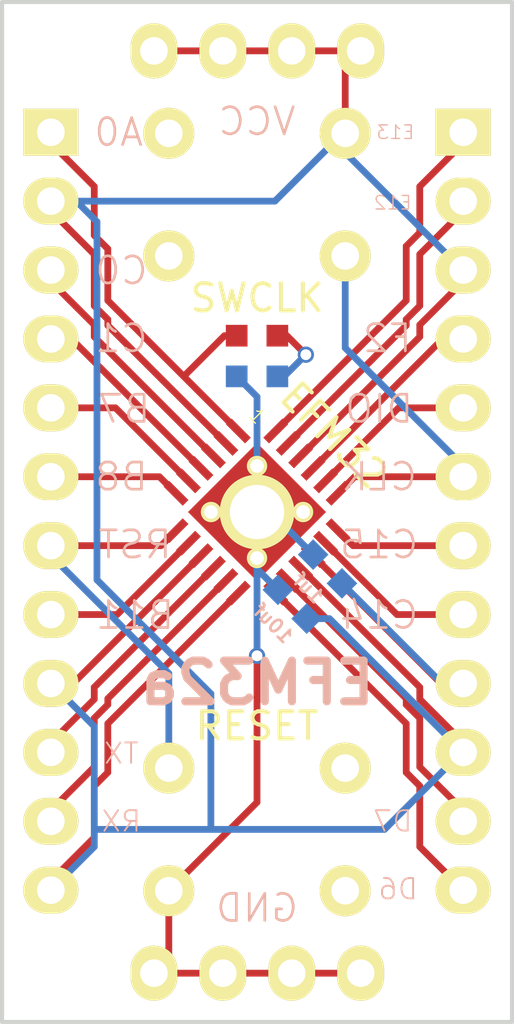
<source format=kicad_pcb>
(kicad_pcb (version 4) (host pcbnew 4.0.7-e2-6376~58~ubuntu16.04.1)

  (general
    (links 0)
    (no_connects 0)
    (area 0 0 0 0)
    (thickness 1.6)
    (drawings 25)
    (tracks 150)
    (zones 0)
    (modules 11)
    (nets 1)
  )

  (page A4)
  (layers
    (0 F.Cu signal)
    (31 B.Cu signal)
    (32 B.Adhes user)
    (33 F.Adhes user)
    (34 B.Paste user)
    (35 F.Paste user)
    (36 B.SilkS user)
    (37 F.SilkS user)
    (38 B.Mask user)
    (39 F.Mask user)
    (40 Dwgs.User user)
    (41 Cmts.User user)
    (42 Eco1.User user)
    (43 Eco2.User user)
    (44 Edge.Cuts user)
    (45 Margin user)
    (46 B.CrtYd user)
    (47 F.CrtYd user)
    (48 B.Fab user)
    (49 F.Fab user)
  )

  (setup
    (last_trace_width 0.25)
    (trace_clearance 0.2)
    (zone_clearance 0.508)
    (zone_45_only no)
    (trace_min 0.2)
    (segment_width 0.2)
    (edge_width 0.15)
    (via_size 0.6)
    (via_drill 0.4)
    (via_min_size 0.4)
    (via_min_drill 0.3)
    (uvia_size 0.3)
    (uvia_drill 0.1)
    (uvias_allowed no)
    (uvia_min_size 0.2)
    (uvia_min_drill 0.1)
    (pcb_text_width 0.3)
    (pcb_text_size 1.5 1.5)
    (mod_edge_width 0.15)
    (mod_text_size 1 1)
    (mod_text_width 0.15)
    (pad_size 2.032 1.7272)
    (pad_drill 1.016)
    (pad_to_mask_clearance 0.2)
    (aux_axis_origin 0 0)
    (visible_elements FFFFFF7F)
    (pcbplotparams
      (layerselection 0x00030_80000001)
      (usegerberextensions false)
      (excludeedgelayer true)
      (linewidth 0.150000)
      (plotframeref false)
      (viasonmask false)
      (mode 1)
      (useauxorigin false)
      (hpglpennumber 1)
      (hpglpenspeed 20)
      (hpglpendiameter 15)
      (hpglpenoverlay 2)
      (psnegative false)
      (psa4output false)
      (plotreference true)
      (plotvalue true)
      (plotinvisibletext false)
      (padsonsilk false)
      (subtractmaskfromsilk false)
      (outputformat 1)
      (mirror false)
      (drillshape 1)
      (scaleselection 1)
      (outputdirectory ""))
  )

  (net 0 "")

  (net_class Default "This is the default net class."
    (clearance 0.2)
    (trace_width 0.25)
    (via_dia 0.6)
    (via_drill 0.4)
    (uvia_dia 0.3)
    (uvia_drill 0.1)
  )

  (module 00my_modules:R_0603 (layer B.Cu) (tedit 5B31A4F8) (tstamp 5B31A30C)
    (at 149.5 100.8 315)
    (descr R0603)
    (tags "resistor capacitor led 0603")
    (attr smd)
    (fp_text reference 10uf (at 0 1 315) (layer B.SilkS)
      (effects (font (size 0.5 0.5) (thickness 0.1)) (justify mirror))
    )
    (fp_text value C (at 0 0 315) (layer B.Fab)
      (effects (font (size 0.5 0.5) (thickness 0.01)) (justify mirror))
    )
    (fp_line (start -1.2 0.45) (end 1.2 0.45) (layer B.CrtYd) (width 0.01))
    (fp_line (start -1.2 -0.45) (end 1.2 -0.45) (layer B.CrtYd) (width 0.01))
    (fp_line (start -1.2 0.45) (end -1.2 -0.45) (layer B.CrtYd) (width 0.01))
    (fp_line (start 1.2 0.45) (end 1.2 -0.45) (layer B.CrtYd) (width 0.01))
    (pad 1 smd rect (at -0.75 0 315) (size 0.8 0.8) (layers B.Cu B.Paste B.Mask))
    (pad 2 smd rect (at 0.75 0 315) (size 0.8 0.8) (layers B.Cu B.Paste B.Mask))
  )

  (module 00my_modules:efm32-qfn24 (layer F.Cu) (tedit 0) (tstamp 5B319066)
    (at 148.2 97.4 315)
    (descr QFN24)
    (tags QFN24)
    (attr smd)
    (fp_text reference EFM32 (at 0 -4 315) (layer F.SilkS)
      (effects (font (size 1 1) (thickness 0.15)))
    )
    (fp_text value 1 (at -2.5 -2.5 315) (layer F.SilkS)
      (effects (font (size 0.5 0.5) (thickness 0.05)))
    )
    (fp_line (start -3.1 -3.1) (end -3.1 3.1) (layer F.CrtYd) (width 0.05))
    (fp_line (start 3.1 -3.1) (end 3.1 3.1) (layer F.CrtYd) (width 0.05))
    (fp_line (start -3.1 -3.1) (end 3.1 -3.1) (layer F.CrtYd) (width 0.05))
    (fp_line (start -3.1 3.1) (end 3.1 3.1) (layer F.CrtYd) (width 0.05))
    (fp_line (start -2.1 -2.1) (end -2.1 2.1) (layer F.CrtYd) (width 0.05))
    (fp_line (start 2.1 -2.1) (end 2.1 2.1) (layer F.CrtYd) (width 0.05))
    (fp_line (start -2.1 -2.1) (end 2.1 -2.1) (layer F.CrtYd) (width 0.05))
    (fp_line (start -2.1 2.1) (end 2.1 2.1) (layer F.CrtYd) (width 0.05))
    (fp_line (start -1.8 -1.8) (end -1.8 1.8) (layer F.CrtYd) (width 0.05))
    (fp_line (start 1.8 -1.8) (end 1.8 1.8) (layer F.CrtYd) (width 0.05))
    (fp_line (start -1.8 -1.8) (end 1.8 -1.8) (layer F.CrtYd) (width 0.05))
    (fp_line (start -1.8 1.8) (end 1.8 1.8) (layer F.CrtYd) (width 0.05))
    (pad 1 smd rect (at -2.6 -1.625 315) (size 1 0.3) (layers F.Cu F.Paste F.Mask))
    (pad 2 smd rect (at -2.6 -0.975 315) (size 1 0.3) (layers F.Cu F.Paste F.Mask))
    (pad 3 smd rect (at -2.6 -0.325 315) (size 1 0.3) (layers F.Cu F.Paste F.Mask))
    (pad 4 smd rect (at -2.6 0.325 315) (size 1 0.3) (layers F.Cu F.Paste F.Mask))
    (pad 5 smd rect (at -2.6 0.975 315) (size 1 0.3) (layers F.Cu F.Paste F.Mask))
    (pad 6 smd rect (at -2.6 1.625 315) (size 1 0.3) (layers F.Cu F.Paste F.Mask))
    (pad 7 smd rect (at -1.625 2.6 45) (size 1 0.3) (layers F.Cu F.Paste F.Mask))
    (pad 8 smd rect (at -0.975 2.6 45) (size 1 0.3) (layers F.Cu F.Paste F.Mask))
    (pad 9 smd rect (at -0.325 2.6 45) (size 1 0.3) (layers F.Cu F.Paste F.Mask))
    (pad 10 smd rect (at 0.325 2.6 45) (size 1 0.3) (layers F.Cu F.Paste F.Mask))
    (pad 11 smd rect (at 0.975 2.6 45) (size 1 0.3) (layers F.Cu F.Paste F.Mask))
    (pad 12 smd rect (at 1.625 2.6 45) (size 1 0.3) (layers F.Cu F.Paste F.Mask))
    (pad 13 smd rect (at 2.6 1.625 315) (size 1 0.3) (layers F.Cu F.Paste F.Mask))
    (pad 14 smd rect (at 2.6 0.975 315) (size 1 0.3) (layers F.Cu F.Paste F.Mask))
    (pad 15 smd rect (at 2.6 0.325 315) (size 1 0.3) (layers F.Cu F.Paste F.Mask))
    (pad 16 smd rect (at 2.6 -0.325 315) (size 1 0.3) (layers F.Cu F.Paste F.Mask))
    (pad 17 smd rect (at 2.6 -0.975 315) (size 1 0.3) (layers F.Cu F.Paste F.Mask))
    (pad 18 smd rect (at 2.6 -1.625 315) (size 1 0.3) (layers F.Cu F.Paste F.Mask))
    (pad 19 smd rect (at 1.625 -2.6 45) (size 1 0.3) (layers F.Cu F.Paste F.Mask))
    (pad 20 smd rect (at 0.975 -2.6 45) (size 1 0.3) (layers F.Cu F.Paste F.Mask))
    (pad 21 smd rect (at 0.325 -2.6 45) (size 1 0.3) (layers F.Cu F.Paste F.Mask))
    (pad 22 smd rect (at -0.325 -2.6 45) (size 1 0.3) (layers F.Cu F.Paste F.Mask))
    (pad 23 smd rect (at -0.975 -2.6 45) (size 1 0.3) (layers F.Cu F.Paste F.Mask))
    (pad 24 smd rect (at -1.625 -2.6 45) (size 1 0.3) (layers F.Cu F.Paste F.Mask))
    (pad 25 smd rect (at 0 0 315) (size 3.6 3.6) (layers F.Cu F.Paste F.Mask))
    (pad "" thru_hole circle (at 0 0 315) (size 2.75 2.75) (drill 2) (layers *.Cu *.Mask F.SilkS))
    (pad "" thru_hole circle (at 1.2 1.2 315) (size 0.75 0.75) (drill 0.5) (layers *.Cu *.Mask F.SilkS))
    (pad "" thru_hole circle (at 1.2 -1.2 315) (size 0.75 0.75) (drill 0.5) (layers *.Cu *.Mask F.SilkS))
    (pad "" thru_hole circle (at -1.2 1.2 315) (size 0.75 0.75) (drill 0.5) (layers *.Cu *.Mask F.SilkS))
    (pad "" thru_hole circle (at -1.2 -1.2 315) (size 0.75 0.75) (drill 0.5) (layers *.Cu *.Mask F.SilkS))
  )

  (module 00my_modules:Pin_Header_Straight_1x12 (layer F.Cu) (tedit 0) (tstamp 5B3193C8)
    (at 140.6 83.4)
    (descr "Through hole pin header")
    (tags "pin header")
    (fp_text reference "" (at 0 -2.4) (layer F.SilkS)
      (effects (font (size 0.5 0.5) (thickness 0.01)))
    )
    (fp_text value "" (at 0 -3.1) (layer F.Fab)
      (effects (font (size 0.5 0.5) (thickness 0.01)))
    )
    (fp_line (start -1.75 -1.75) (end -1.75 29.69) (layer F.CrtYd) (width 0.05))
    (fp_line (start 1.75 -1.75) (end 1.75 29.69) (layer F.CrtYd) (width 0.05))
    (fp_line (start -1.75 -1.75) (end 1.75 -1.75) (layer F.CrtYd) (width 0.05))
    (fp_line (start -1.75 29.69) (end 1.75 29.69) (layer F.CrtYd) (width 0.05))
    (pad 1 thru_hole rect (at 0 0) (size 2.032 1.7272) (drill 1.016) (layers *.Cu *.Mask F.SilkS))
    (pad 2 thru_hole oval (at 0 2.54) (size 2.032 1.7272) (drill 1.016) (layers *.Cu *.Mask F.SilkS))
    (pad 3 thru_hole oval (at 0 5.08) (size 2.032 1.7272) (drill 1.016) (layers *.Cu *.Mask F.SilkS))
    (pad 4 thru_hole oval (at 0 7.62) (size 2.032 1.7272) (drill 1.016) (layers *.Cu *.Mask F.SilkS))
    (pad 5 thru_hole oval (at 0 10.16) (size 2.032 1.7272) (drill 1.016) (layers *.Cu *.Mask F.SilkS))
    (pad 6 thru_hole oval (at 0 12.7) (size 2.032 1.7272) (drill 1.016) (layers *.Cu *.Mask F.SilkS))
    (pad 7 thru_hole oval (at 0 15.24) (size 2.032 1.7272) (drill 1.016) (layers *.Cu *.Mask F.SilkS))
    (pad 8 thru_hole oval (at 0 17.78) (size 2.032 1.7272) (drill 1.016) (layers *.Cu *.Mask F.SilkS))
    (pad 9 thru_hole oval (at 0 20.32) (size 2.032 1.7272) (drill 1.016) (layers *.Cu *.Mask F.SilkS))
    (pad 10 thru_hole oval (at 0 22.86) (size 2.032 1.7272) (drill 1.016) (layers *.Cu *.Mask F.SilkS))
    (pad 11 thru_hole oval (at 0 25.4) (size 2.032 1.7272) (drill 1.016) (layers *.Cu *.Mask F.SilkS))
    (pad 12 thru_hole oval (at 0 27.94) (size 2.032 1.7272) (drill 1.016) (layers *.Cu *.Mask F.SilkS))
  )

  (module 00my_modules:Pin_Header_Straight_1x12 (layer F.Cu) (tedit 5B319C6D) (tstamp 5B3193EF)
    (at 155.8 83.4)
    (descr "Through hole pin header")
    (tags "pin header")
    (fp_text reference "" (at 0 -2.4) (layer F.SilkS)
      (effects (font (size 0.5 0.5) (thickness 0.01)))
    )
    (fp_text value "" (at 0 -3.1) (layer F.Fab)
      (effects (font (size 0.5 0.5) (thickness 0.01)))
    )
    (fp_line (start -1.75 -1.75) (end -1.75 29.69) (layer F.CrtYd) (width 0.05))
    (fp_line (start 1.75 -1.75) (end 1.75 29.69) (layer F.CrtYd) (width 0.05))
    (fp_line (start -1.75 -1.75) (end 1.75 -1.75) (layer F.CrtYd) (width 0.05))
    (fp_line (start -1.75 29.69) (end 1.75 29.69) (layer F.CrtYd) (width 0.05))
    (pad 24 thru_hole rect (at 0 0) (size 2.032 1.7272) (drill 1.016) (layers *.Cu *.Mask F.SilkS))
    (pad 23 thru_hole oval (at 0 2.54) (size 2.032 1.7272) (drill 1.016) (layers *.Cu *.Mask F.SilkS))
    (pad 22 thru_hole oval (at 0 5.08) (size 2.032 1.7272) (drill 1.016) (layers *.Cu *.Mask F.SilkS))
    (pad 21 thru_hole oval (at 0 7.62) (size 2.032 1.7272) (drill 1.016) (layers *.Cu *.Mask F.SilkS))
    (pad 20 thru_hole oval (at 0 10.16) (size 2.032 1.7272) (drill 1.016) (layers *.Cu *.Mask F.SilkS))
    (pad 19 thru_hole oval (at 0 12.7) (size 2.032 1.7272) (drill 1.016) (layers *.Cu *.Mask F.SilkS))
    (pad 18 thru_hole oval (at 0 15.24) (size 2.032 1.7272) (drill 1.016) (layers *.Cu *.Mask F.SilkS))
    (pad 17 thru_hole oval (at 0 17.78) (size 2.032 1.7272) (drill 1.016) (layers *.Cu *.Mask F.SilkS))
    (pad 16 thru_hole oval (at 0 20.32) (size 2.032 1.7272) (drill 1.016) (layers *.Cu *.Mask F.SilkS))
    (pad 15 thru_hole oval (at 0 22.86) (size 2.032 1.7272) (drill 1.016) (layers *.Cu *.Mask F.SilkS))
    (pad 14 thru_hole oval (at 0 25.4) (size 2.032 1.7272) (drill 1.016) (layers *.Cu *.Mask F.SilkS))
    (pad 13 thru_hole oval (at 0 27.94) (size 2.032 1.7272) (drill 1.016) (layers *.Cu *.Mask F.SilkS))
  )

  (module 00my_modules:BUTTON4 (layer F.Cu) (tedit 5B319A17) (tstamp 5B3196D5)
    (at 148.2 109.1)
    (descr button4)
    (tags "SPST button tactile switch")
    (fp_text reference RESET (at 0 -3.81) (layer F.SilkS)
      (effects (font (size 1 1) (thickness 0.15)))
    )
    (fp_text value "" (at 0 3.81) (layer F.Fab)
      (effects (font (size 1 1) (thickness 0.15)))
    )
    (fp_line (start -2.54 1.27) (end -2.54 0.508) (layer F.Fab) (width 0.2032))
    (fp_line (start -2.54 -0.508) (end -2.54 -1.27) (layer F.Fab) (width 0.2032))
    (fp_line (start -2.54 0.508) (end -2.159 -0.381) (layer F.Fab) (width 0.2032))
    (fp_line (start 2.54 1.27) (end 2.54 0.508) (layer F.Fab) (width 0.2032))
    (fp_line (start 2.54 -0.508) (end 2.54 -1.27) (layer F.Fab) (width 0.2032))
    (fp_line (start 2.54 0.508) (end 2.159 -0.381) (layer F.Fab) (width 0.2032))
    (fp_line (start -3.048 -3.048) (end -3.048 3.048) (layer F.Fab) (width 0.2032))
    (fp_line (start 3.048 -3.048) (end 3.048 3.048) (layer F.Fab) (width 0.2032))
    (fp_line (start -3.048 -3.048) (end 3.048 -3.048) (layer F.Fab) (width 0.2032))
    (fp_line (start -3.048 3.048) (end 3.048 3.048) (layer F.Fab) (width 0.2032))
    (pad 1 thru_hole circle (at -3.2512 2.2606) (size 1.8796 1.8796) (drill 1.016) (layers *.Cu *.Mask F.SilkS))
    (pad 2 thru_hole circle (at 3.2512 2.2606) (size 1.8796 1.8796) (drill 1.016) (layers *.Cu *.Mask F.SilkS))
    (pad 3 thru_hole circle (at -3.2512 -2.2606) (size 1.8796 1.8796) (drill 1.016) (layers *.Cu *.Mask F.SilkS))
    (pad 4 thru_hole circle (at 3.2512 -2.2606) (size 1.8796 1.8796) (drill 1.016) (layers *.Cu *.Mask F.SilkS))
  )

  (module 00my_modules:BUTTON4 (layer F.Cu) (tedit 5B319A25) (tstamp 5B319B1A)
    (at 148.2 85.7 180)
    (descr button4)
    (tags "SPST button tactile switch")
    (fp_text reference SWCLK (at 0 -3.81 180) (layer F.SilkS)
      (effects (font (size 1 1) (thickness 0.15)))
    )
    (fp_text value "" (at 0 3.81 180) (layer F.Fab)
      (effects (font (size 1 1) (thickness 0.15)))
    )
    (fp_line (start -2.54 1.27) (end -2.54 0.508) (layer F.Fab) (width 0.2032))
    (fp_line (start -2.54 -0.508) (end -2.54 -1.27) (layer F.Fab) (width 0.2032))
    (fp_line (start -2.54 0.508) (end -2.159 -0.381) (layer F.Fab) (width 0.2032))
    (fp_line (start 2.54 1.27) (end 2.54 0.508) (layer F.Fab) (width 0.2032))
    (fp_line (start 2.54 -0.508) (end 2.54 -1.27) (layer F.Fab) (width 0.2032))
    (fp_line (start 2.54 0.508) (end 2.159 -0.381) (layer F.Fab) (width 0.2032))
    (fp_line (start -3.048 -3.048) (end -3.048 3.048) (layer F.Fab) (width 0.2032))
    (fp_line (start 3.048 -3.048) (end 3.048 3.048) (layer F.Fab) (width 0.2032))
    (fp_line (start -3.048 -3.048) (end 3.048 -3.048) (layer F.Fab) (width 0.2032))
    (fp_line (start -3.048 3.048) (end 3.048 3.048) (layer F.Fab) (width 0.2032))
    (pad 1 thru_hole circle (at -3.2512 2.2606 180) (size 1.8796 1.8796) (drill 1.016) (layers *.Cu *.Mask F.SilkS))
    (pad 2 thru_hole circle (at 3.2512 2.2606 180) (size 1.8796 1.8796) (drill 1.016) (layers *.Cu *.Mask F.SilkS))
    (pad 3 thru_hole circle (at -3.2512 -2.2606 180) (size 1.8796 1.8796) (drill 1.016) (layers *.Cu *.Mask F.SilkS))
    (pad 4 thru_hole circle (at 3.2512 -2.2606 180) (size 1.8796 1.8796) (drill 1.016) (layers *.Cu *.Mask F.SilkS))
  )

  (module 00my_modules:Pin_Header_Straight_1x04 (layer F.Cu) (tedit 0) (tstamp 5B319E5E)
    (at 144.4 114.4 90)
    (descr "Through hole pin header")
    (tags "pin header")
    (fp_text reference "" (at 0 -2.4 90) (layer F.SilkS)
      (effects (font (size 0.5 0.5) (thickness 0.01)))
    )
    (fp_text value "" (at 0 -3.1 90) (layer F.Fab)
      (effects (font (size 0.5 0.5) (thickness 0.01)))
    )
    (fp_line (start -1.75 -1.75) (end -1.75 9.37) (layer F.CrtYd) (width 0.05))
    (fp_line (start 1.75 -1.75) (end 1.75 9.37) (layer F.CrtYd) (width 0.05))
    (fp_line (start -1.75 -1.75) (end 1.75 -1.75) (layer F.CrtYd) (width 0.05))
    (fp_line (start -1.75 9.37) (end 1.75 9.37) (layer F.CrtYd) (width 0.05))
    (pad 1 thru_hole oval (at 0 0 90) (size 2.032 1.7272) (drill 1.016) (layers *.Cu *.Mask F.SilkS))
    (pad 2 thru_hole oval (at 0 2.54 90) (size 2.032 1.7272) (drill 1.016) (layers *.Cu *.Mask F.SilkS))
    (pad 3 thru_hole oval (at 0 5.08 90) (size 2.032 1.7272) (drill 1.016) (layers *.Cu *.Mask F.SilkS))
    (pad 4 thru_hole oval (at 0 7.62 90) (size 2.032 1.7272) (drill 1.016) (layers *.Cu *.Mask F.SilkS))
  )

  (module 00my_modules:Pin_Header_Straight_1x04 (layer F.Cu) (tedit 0) (tstamp 5B319E75)
    (at 144.4 80.4 90)
    (descr "Through hole pin header")
    (tags "pin header")
    (fp_text reference "" (at 0 -2.4 90) (layer F.SilkS)
      (effects (font (size 0.5 0.5) (thickness 0.01)))
    )
    (fp_text value "" (at 0 -3.1 90) (layer F.Fab)
      (effects (font (size 0.5 0.5) (thickness 0.01)))
    )
    (fp_line (start -1.75 -1.75) (end -1.75 9.37) (layer F.CrtYd) (width 0.05))
    (fp_line (start 1.75 -1.75) (end 1.75 9.37) (layer F.CrtYd) (width 0.05))
    (fp_line (start -1.75 -1.75) (end 1.75 -1.75) (layer F.CrtYd) (width 0.05))
    (fp_line (start -1.75 9.37) (end 1.75 9.37) (layer F.CrtYd) (width 0.05))
    (pad 1 thru_hole oval (at 0 0 90) (size 2.032 1.7272) (drill 1.016) (layers *.Cu *.Mask F.SilkS))
    (pad 2 thru_hole oval (at 0 2.54 90) (size 2.032 1.7272) (drill 1.016) (layers *.Cu *.Mask F.SilkS))
    (pad 3 thru_hole oval (at 0 5.08 90) (size 2.032 1.7272) (drill 1.016) (layers *.Cu *.Mask F.SilkS))
    (pad 4 thru_hole oval (at 0 7.62 90) (size 2.032 1.7272) (drill 1.016) (layers *.Cu *.Mask F.SilkS))
  )

  (module 00my_modules:R_0603 (layer B.Cu) (tedit 5B31A509) (tstamp 5B31A298)
    (at 150.8 99.5 315)
    (descr R0603)
    (tags "resistor capacitor led 0603")
    (attr smd)
    (fp_text reference 1uf (at 0 1 315) (layer B.SilkS)
      (effects (font (size 0.5 0.5) (thickness 0.1)) (justify mirror))
    )
    (fp_text value C (at 0 0 315) (layer B.Fab)
      (effects (font (size 0.5 0.5) (thickness 0.01)) (justify mirror))
    )
    (fp_line (start -1.2 0.45) (end 1.2 0.45) (layer B.CrtYd) (width 0.01))
    (fp_line (start -1.2 -0.45) (end 1.2 -0.45) (layer B.CrtYd) (width 0.01))
    (fp_line (start -1.2 0.45) (end -1.2 -0.45) (layer B.CrtYd) (width 0.01))
    (fp_line (start 1.2 0.45) (end 1.2 -0.45) (layer B.CrtYd) (width 0.01))
    (pad 1 smd rect (at -0.75 0 315) (size 0.8 0.8) (layers B.Cu B.Paste B.Mask))
    (pad 2 smd rect (at 0.75 0 315) (size 0.8 0.8) (layers B.Cu B.Paste B.Mask))
  )

  (module 00my_modules:L_0603 (layer F.Cu) (tedit 5415CC62) (tstamp 5B31A5E1)
    (at 148.2 90.9 180)
    (descr R0603)
    (tags "resistor capacitor led 0603")
    (attr smd)
    (fp_text reference "" (at 0 -0.6 180) (layer F.SilkS)
      (effects (font (size 0.1 0.1) (thickness 0.01)))
    )
    (fp_text value "" (at 0 0.6 180) (layer F.Fab)
      (effects (font (size 0.1 0.1) (thickness 0.01)))
    )
    (fp_line (start -1.2 -0.45) (end 1.2 -0.45) (layer F.CrtYd) (width 0.01))
    (fp_line (start -1.2 0.45) (end 1.2 0.45) (layer F.CrtYd) (width 0.01))
    (fp_line (start -1.2 -0.45) (end -1.2 0.45) (layer F.CrtYd) (width 0.01))
    (fp_line (start 1.2 -0.45) (end 1.2 0.45) (layer F.CrtYd) (width 0.01))
    (fp_line (start -0.1 0) (end 0.1 0.2) (layer F.CrtYd) (width 0.01))
    (fp_line (start -0.1 0) (end 0.1 -0.2) (layer F.CrtYd) (width 0.01))
    (fp_line (start -0.1 0.2) (end -0.1 -0.2) (layer F.CrtYd) (width 0.01))
    (fp_line (start 0.1 0.2) (end 0.1 -0.2) (layer F.CrtYd) (width 0.01))
    (pad 1 smd rect (at -0.75 0 180) (size 0.8 0.8) (layers F.Cu F.Paste F.Mask))
    (pad 2 smd rect (at 0.75 0 180) (size 0.8 0.8) (layers F.Cu F.Paste F.Mask))
  )

  (module 00my_modules:R_0603 (layer B.Cu) (tedit 5415CC62) (tstamp 5B31A894)
    (at 148.2 92.4)
    (descr R0603)
    (tags "resistor capacitor led 0603")
    (attr smd)
    (fp_text reference "" (at 0 0) (layer B.SilkS)
      (effects (font (size 0.5 0.5) (thickness 0.1)) (justify mirror))
    )
    (fp_text value R (at 0 0) (layer B.Fab)
      (effects (font (size 0.5 0.5) (thickness 0.01)) (justify mirror))
    )
    (fp_line (start -1.2 0.45) (end 1.2 0.45) (layer B.CrtYd) (width 0.01))
    (fp_line (start -1.2 -0.45) (end 1.2 -0.45) (layer B.CrtYd) (width 0.01))
    (fp_line (start -1.2 0.45) (end -1.2 -0.45) (layer B.CrtYd) (width 0.01))
    (fp_line (start 1.2 0.45) (end 1.2 -0.45) (layer B.CrtYd) (width 0.01))
    (pad 1 smd rect (at -0.75 0) (size 0.8 0.8) (layers B.Cu B.Paste B.Mask))
    (pad 2 smd rect (at 0.75 0) (size 0.8 0.8) (layers B.Cu B.Paste B.Mask))
  )

  (gr_line (start 157.6 78.6) (end 138.8 78.6) (angle 90) (layer Edge.Cuts) (width 0.15))
  (gr_line (start 157.6 116.2) (end 157.6 78.6) (angle 90) (layer Edge.Cuts) (width 0.15))
  (gr_line (start 138.8 116.2) (end 157.6 116.2) (angle 90) (layer Edge.Cuts) (width 0.15))
  (gr_line (start 138.8 78.6) (end 138.8 116.2) (angle 90) (layer Edge.Cuts) (width 0.15))
  (gr_text EFM32a (at 148.2 103.7) (layer B.SilkS)
    (effects (font (size 1.5 1.5) (thickness 0.3)) (justify mirror))
  )
  (gr_text F2 (at 153 91) (layer B.SilkS)
    (effects (font (size 1 1) (thickness 0.1)) (justify mirror))
  )
  (gr_text E13 (at 153.3 83.4) (layer B.SilkS)
    (effects (font (size 0.5 0.5) (thickness 0.05)) (justify mirror))
  )
  (gr_text E12 (at 153.2 86) (layer B.SilkS)
    (effects (font (size 0.5 0.5) (thickness 0.05)) (justify mirror))
  )
  (gr_text DIO (at 152.7 93.6) (layer B.SilkS)
    (effects (font (size 1 1) (thickness 0.1)) (justify mirror))
  )
  (gr_text CLK (at 152.7 96.1) (layer B.SilkS)
    (effects (font (size 1 1) (thickness 0.1)) (justify mirror))
  )
  (gr_text C15 (at 152.7 98.6) (layer B.SilkS)
    (effects (font (size 1 1) (thickness 0.1)) (justify mirror))
  )
  (gr_text C14 (at 152.7 101.2) (layer B.SilkS)
    (effects (font (size 1 1) (thickness 0.1)) (justify mirror))
  )
  (gr_text D7 (at 153.2 108.8) (layer B.SilkS)
    (effects (font (size 0.75 0.75) (thickness 0.07)) (justify mirror))
  )
  (gr_text D6 (at 153.4 111.3) (layer B.SilkS)
    (effects (font (size 0.75 0.75) (thickness 0.07)) (justify mirror))
  )
  (gr_text RX (at 143.2 108.8) (layer B.SilkS)
    (effects (font (size 0.75 0.75) (thickness 0.07)) (justify mirror))
  )
  (gr_text TX (at 143.2 106.3) (layer B.SilkS)
    (effects (font (size 0.75 0.75) (thickness 0.07)) (justify mirror))
  )
  (gr_text B11 (at 143.7 101.2) (layer B.SilkS)
    (effects (font (size 1 1) (thickness 0.1)) (justify mirror))
  )
  (gr_text RST (at 143.7 98.6) (layer B.SilkS)
    (effects (font (size 1 1) (thickness 0.1)) (justify mirror))
  )
  (gr_text B8 (at 143.2 96.1) (layer B.SilkS)
    (effects (font (size 1 1) (thickness 0.1)) (justify mirror))
  )
  (gr_text B7 (at 143.3 93.6) (layer B.SilkS)
    (effects (font (size 1 1) (thickness 0.1)) (justify mirror))
  )
  (gr_text C1 (at 143.2 91) (layer B.SilkS)
    (effects (font (size 1 1) (thickness 0.1)) (justify mirror))
  )
  (gr_text C0 (at 143.2 88.5) (layer B.SilkS)
    (effects (font (size 1 1) (thickness 0.1)) (justify mirror))
  )
  (gr_text A0 (at 143.1 83.4) (layer B.SilkS)
    (effects (font (size 1 1) (thickness 0.1)) (justify mirror))
  )
  (gr_text GND (at 148.2 112) (layer B.SilkS)
    (effects (font (size 1 1) (thickness 0.1)) (justify mirror))
  )
  (gr_text VCC (at 148.2 83) (layer B.SilkS)
    (effects (font (size 1 1) (thickness 0.1)) (justify mirror))
  )

  (segment (start 144.9488 111.3606) (end 144.9488 111.3512) (width 0.25) (layer F.Cu) (net 0) (status C00000))
  (segment (start 144.9488 111.3512) (end 148.2 108.1) (width 0.25) (layer F.Cu) (net 0) (tstamp 5B31A8B2) (status 400000))
  (segment (start 148.2 102.7) (end 148.2 97.4) (width 0.25) (layer B.Cu) (net 0) (tstamp 5B31A8B6) (status 800000))
  (via (at 148.2 102.7) (size 0.6) (drill 0.4) (layers F.Cu B.Cu) (net 0))
  (segment (start 148.2 108.1) (end 148.2 102.7) (width 0.25) (layer F.Cu) (net 0) (tstamp 5B31A8B3))
  (segment (start 148.2 97.4) (end 148.2 93.15) (width 0.25) (layer B.Cu) (net 0))
  (segment (start 148.2 93.15) (end 147.45 92.4) (width 0.25) (layer B.Cu) (net 0) (tstamp 5B31A8A7))
  (segment (start 147.45 90.9) (end 147.000001 90.9) (width 0.25) (layer F.Cu) (net 0))
  (segment (start 147.000001 90.9) (end 145.499049 92.400952) (width 0.25) (layer F.Cu) (net 0) (tstamp 5B31A8A3))
  (segment (start 148.95 92.4) (end 149.2 92.4) (width 0.25) (layer B.Cu) (net 0))
  (segment (start 149.2 92.4) (end 150 91.6) (width 0.25) (layer B.Cu) (net 0) (tstamp 5B31A89E))
  (via (at 150 91.6) (size 0.6) (drill 0.4) (layers F.Cu B.Cu) (net 0))
  (segment (start 150 91.6) (end 149.3 90.9) (width 0.25) (layer F.Cu) (net 0) (tstamp 5B31A8A0))
  (segment (start 149.3 90.9) (end 148.95 90.9) (width 0.25) (layer F.Cu) (net 0) (tstamp 5B31A8A1))
  (segment (start 140.6 85.94) (end 141.54 85.94) (width 0.25) (layer B.Cu) (net 0))
  (segment (start 141.54 85.94) (end 142.3 86.7) (width 0.25) (layer B.Cu) (net 0) (tstamp 5B31A32F))
  (segment (start 146.5 104.1) (end 146.5 109.1) (width 0.25) (layer B.Cu) (net 0) (tstamp 5B31A333))
  (segment (start 142.3 99.9) (end 146.5 104.1) (width 0.25) (layer B.Cu) (net 0) (tstamp 5B31A331))
  (segment (start 142.3 86.7) (end 142.3 99.9) (width 0.25) (layer B.Cu) (net 0) (tstamp 5B31A330))
  (segment (start 148.2 97.4) (end 148.2 99.5) (width 0.25) (layer B.Cu) (net 0))
  (segment (start 148.2 99.5) (end 148.96967 100.26967) (width 0.25) (layer B.Cu) (net 0) (tstamp 5B31A317))
  (segment (start 150.03033 101.33033) (end 150.87033 101.33033) (width 0.25) (layer B.Cu) (net 0))
  (segment (start 150.87033 101.33033) (end 155.8 106.26) (width 0.25) (layer B.Cu) (net 0) (tstamp 5B31A315))
  (segment (start 155.8 103.72) (end 155.02 103.72) (width 0.25) (layer B.Cu) (net 0))
  (segment (start 155.02 103.72) (end 151.33033 100.03033) (width 0.25) (layer B.Cu) (net 0) (tstamp 5B31A2CC))
  (segment (start 148.2 97.4) (end 148.7 97.4) (width 0.25) (layer B.Cu) (net 0))
  (segment (start 148.7 97.4) (end 150.26967 98.96967) (width 0.25) (layer B.Cu) (net 0) (tstamp 5B31A2CA))
  (segment (start 140.6 85.94) (end 140.74 85.94) (width 0.25) (layer B.Cu) (net 0))
  (segment (start 155.8 106.26) (end 155.8 106) (width 0.25) (layer B.Cu) (net 0))
  (segment (start 151.4512 83.4394) (end 151.3606 83.4394) (width 0.25) (layer B.Cu) (net 0))
  (segment (start 151.3606 83.4394) (end 148.86 85.94) (width 0.25) (layer B.Cu) (net 0) (tstamp 5B319FC8))
  (segment (start 148.86 85.94) (end 140.6 85.94) (width 0.25) (layer B.Cu) (net 0) (tstamp 5B319FC9))
  (segment (start 155.8 88.48) (end 155.78 88.48) (width 0.25) (layer B.Cu) (net 0))
  (segment (start 155.78 88.48) (end 151.4512 84.1512) (width 0.25) (layer B.Cu) (net 0) (tstamp 5B319FC5))
  (segment (start 151.4512 84.1512) (end 151.4512 83.4394) (width 0.25) (layer B.Cu) (net 0) (tstamp 5B319FC6))
  (segment (start 155.8 106.26) (end 155.74 106.26) (width 0.25) (layer B.Cu) (net 0))
  (segment (start 155.74 106.26) (end 152.9 109.1) (width 0.25) (layer B.Cu) (net 0) (tstamp 5B319FBF))
  (segment (start 152.9 109.1) (end 148.1 109.1) (width 0.25) (layer B.Cu) (net 0) (tstamp 5B319FC0))
  (segment (start 148.1 109.1) (end 146.5 109.1) (width 0.25) (layer B.Cu) (net 0) (tstamp 5B319FDD))
  (segment (start 146.5 109.1) (end 142.2 109.1) (width 0.25) (layer B.Cu) (net 0) (tstamp 5B31A336))
  (segment (start 140.6 103.72) (end 140.62 103.72) (width 0.25) (layer B.Cu) (net 0))
  (segment (start 140.62 103.72) (end 142.2 105.3) (width 0.25) (layer B.Cu) (net 0) (tstamp 5B319EB1))
  (segment (start 142.2 109.74) (end 140.6 111.34) (width 0.25) (layer B.Cu) (net 0) (tstamp 5B319EB4))
  (segment (start 142.2 105.3) (end 142.2 109.1) (width 0.25) (layer B.Cu) (net 0) (tstamp 5B319EB2))
  (segment (start 142.2 109.1) (end 142.2 109.74) (width 0.25) (layer B.Cu) (net 0) (tstamp 5B319FC3))
  (segment (start 151.4512 83.4394) (end 151.4512 80.9688) (width 0.25) (layer F.Cu) (net 0))
  (segment (start 151.4512 80.9688) (end 152.02 80.4) (width 0.25) (layer F.Cu) (net 0) (tstamp 5B319EA9))
  (segment (start 155.8 96.1) (end 155.8 95.7) (width 0.25) (layer B.Cu) (net 0))
  (segment (start 155.8 95.7) (end 151.4512 91.3512) (width 0.25) (layer B.Cu) (net 0) (tstamp 5B319EA5))
  (segment (start 151.4512 91.3512) (end 151.4512 87.9606) (width 0.25) (layer B.Cu) (net 0) (tstamp 5B319EA6))
  (segment (start 144.4 80.4) (end 146.94 80.4) (width 0.25) (layer F.Cu) (net 0))
  (segment (start 146.94 80.4) (end 149.48 80.4) (width 0.25) (layer F.Cu) (net 0) (tstamp 5B319E9F))
  (segment (start 149.48 80.4) (end 152.02 80.4) (width 0.25) (layer F.Cu) (net 0) (tstamp 5B319EA0))
  (segment (start 144.9488 111.3606) (end 144.9488 113.8512) (width 0.25) (layer F.Cu) (net 0))
  (segment (start 144.9488 113.8512) (end 144.4 114.4) (width 0.25) (layer F.Cu) (net 0) (tstamp 5B319E9D))
  (segment (start 144.4 114.4) (end 146.94 114.4) (width 0.25) (layer F.Cu) (net 0))
  (segment (start 146.94 114.4) (end 149.48 114.4) (width 0.25) (layer F.Cu) (net 0) (tstamp 5B319E99))
  (segment (start 149.48 114.4) (end 152.02 114.4) (width 0.25) (layer F.Cu) (net 0) (tstamp 5B319E9A))
  (segment (start 140.6 98.64) (end 140.6 99) (width 0.25) (layer B.Cu) (net 0))
  (segment (start 140.6 99) (end 144.9488 103.3488) (width 0.25) (layer B.Cu) (net 0) (tstamp 5B319B96))
  (segment (start 144.9488 103.3488) (end 144.9488 106.8394) (width 0.25) (layer B.Cu) (net 0) (tstamp 5B319B97))
  (segment (start 140.6 111.34) (end 140.6 111) (width 0.25) (layer F.Cu) (net 0))
  (segment (start 140.6 111) (end 142.2 109.4) (width 0.25) (layer F.Cu) (net 0) (tstamp 5B319AEC))
  (segment (start 142.2 109.4) (end 142.2 107.5) (width 0.25) (layer F.Cu) (net 0) (tstamp 5B319AED))
  (segment (start 142.2 107.5) (end 142.7 107) (width 0.25) (layer F.Cu) (net 0) (tstamp 5B319AEF))
  (segment (start 142.7 107) (end 142.7 105.198097) (width 0.25) (layer F.Cu) (net 0) (tstamp 5B319AF0))
  (segment (start 142.7 105.198097) (end 147.510571 100.387526) (width 0.25) (layer F.Cu) (net 0) (tstamp 5B319AF1))
  (segment (start 140.6 108.8) (end 140.6 108.4) (width 0.25) (layer F.Cu) (net 0))
  (segment (start 140.6 108.4) (end 142.2 106.8) (width 0.25) (layer F.Cu) (net 0) (tstamp 5B319AE5))
  (segment (start 142.2 106.8) (end 142.2 105) (width 0.25) (layer F.Cu) (net 0) (tstamp 5B319AE6))
  (segment (start 142.2 105) (end 142.7 104.5) (width 0.25) (layer F.Cu) (net 0) (tstamp 5B319AE8))
  (segment (start 142.7 104.5) (end 142.7 104.278858) (width 0.25) (layer F.Cu) (net 0) (tstamp 5B319AE9))
  (segment (start 142.7 104.278858) (end 147.050951 99.927907) (width 0.25) (layer F.Cu) (net 0) (tstamp 5B319AEA))
  (segment (start 140.6 106.26) (end 140.6 105.9) (width 0.25) (layer F.Cu) (net 0))
  (segment (start 140.6 105.9) (end 142.2 104.3) (width 0.25) (layer F.Cu) (net 0) (tstamp 5B319AE0))
  (segment (start 142.2 104.3) (end 142.2 103.859619) (width 0.25) (layer F.Cu) (net 0) (tstamp 5B319AE1))
  (segment (start 142.2 103.859619) (end 146.591332 99.468287) (width 0.25) (layer F.Cu) (net 0) (tstamp 5B319AE3))
  (segment (start 140.6 103.72) (end 141.420381 103.72) (width 0.25) (layer F.Cu) (net 0))
  (segment (start 141.420381 103.72) (end 146.131713 99.008668) (width 0.25) (layer F.Cu) (net 0) (tstamp 5B319AD9))
  (segment (start 140.6 101.18) (end 143.041142 101.18) (width 0.25) (layer F.Cu) (net 0))
  (segment (start 143.041142 101.18) (end 145.672093 98.549049) (width 0.25) (layer F.Cu) (net 0) (tstamp 5B319AD6))
  (segment (start 140.6 83.4) (end 140.6 83.8) (width 0.25) (layer F.Cu) (net 0))
  (segment (start 140.6 83.8) (end 142.2 85.4) (width 0.25) (layer F.Cu) (net 0) (tstamp 5B319ACE))
  (segment (start 142.2 85.4) (end 142.2 87.2) (width 0.25) (layer F.Cu) (net 0) (tstamp 5B319ACF))
  (segment (start 142.2 87.2) (end 142.7 87.7) (width 0.25) (layer F.Cu) (net 0) (tstamp 5B319AD1))
  (segment (start 142.7 87.7) (end 142.7 89.601903) (width 0.25) (layer F.Cu) (net 0) (tstamp 5B319AD2))
  (segment (start 142.7 89.601903) (end 145.499049 92.400952) (width 0.25) (layer F.Cu) (net 0) (tstamp 5B319AD3))
  (segment (start 145.499049 92.400952) (end 147.510571 94.412474) (width 0.25) (layer F.Cu) (net 0) (tstamp 5B31A8A5))
  (segment (start 140.6 85.94) (end 140.6 86.3) (width 0.25) (layer F.Cu) (net 0))
  (segment (start 140.6 86.3) (end 142.2 87.9) (width 0.25) (layer F.Cu) (net 0) (tstamp 5B319AC6))
  (segment (start 142.2 87.9) (end 142.2 89.8) (width 0.25) (layer F.Cu) (net 0) (tstamp 5B319AC7))
  (segment (start 142.2 89.8) (end 142.7 90.3) (width 0.25) (layer F.Cu) (net 0) (tstamp 5B319AC9))
  (segment (start 142.7 90.3) (end 142.7 90.521142) (width 0.25) (layer F.Cu) (net 0) (tstamp 5B319ACB))
  (segment (start 142.7 90.521142) (end 147.050951 94.872093) (width 0.25) (layer F.Cu) (net 0) (tstamp 5B319ACC))
  (segment (start 140.6 88.48) (end 140.6 88.9) (width 0.25) (layer F.Cu) (net 0))
  (segment (start 140.6 88.9) (end 142.2 90.5) (width 0.25) (layer F.Cu) (net 0) (tstamp 5B319AC1))
  (segment (start 142.2 90.5) (end 142.2 90.940381) (width 0.25) (layer F.Cu) (net 0) (tstamp 5B319AC2))
  (segment (start 142.2 90.940381) (end 146.591332 95.331713) (width 0.25) (layer F.Cu) (net 0) (tstamp 5B319AC4))
  (segment (start 140.6 91.02) (end 141.360381 91.02) (width 0.25) (layer F.Cu) (net 0))
  (segment (start 141.360381 91.02) (end 146.131713 95.791332) (width 0.25) (layer F.Cu) (net 0) (tstamp 5B319ABF))
  (segment (start 140.6 93.56) (end 142.981142 93.56) (width 0.25) (layer F.Cu) (net 0))
  (segment (start 142.981142 93.56) (end 145.672093 96.250951) (width 0.25) (layer F.Cu) (net 0) (tstamp 5B319ABC))
  (segment (start 140.6 96.1) (end 144.601903 96.1) (width 0.25) (layer F.Cu) (net 0))
  (segment (start 144.601903 96.1) (end 145.212474 96.710571) (width 0.25) (layer F.Cu) (net 0) (tstamp 5B319ABA))
  (segment (start 140.6 98.64) (end 144.661903 98.64) (width 0.25) (layer F.Cu) (net 0))
  (segment (start 144.661903 98.64) (end 145.212474 98.089429) (width 0.25) (layer F.Cu) (net 0) (tstamp 5B319AB8))
  (segment (start 155.8 83.4) (end 155.8 83.8) (width 0.25) (layer F.Cu) (net 0))
  (segment (start 155.8 83.8) (end 154.2 85.4) (width 0.25) (layer F.Cu) (net 0) (tstamp 5B319AB0))
  (segment (start 154.2 85.4) (end 154.2 87.1) (width 0.25) (layer F.Cu) (net 0) (tstamp 5B319AB1))
  (segment (start 154.2 87.1) (end 153.7 87.6) (width 0.25) (layer F.Cu) (net 0) (tstamp 5B319AB3))
  (segment (start 153.7 87.6) (end 153.7 89.601903) (width 0.25) (layer F.Cu) (net 0) (tstamp 5B319AB4))
  (segment (start 153.7 89.601903) (end 148.889429 94.412474) (width 0.25) (layer F.Cu) (net 0) (tstamp 5B319AB5))
  (segment (start 155.8 85.94) (end 155.8 86.3) (width 0.25) (layer F.Cu) (net 0))
  (segment (start 155.8 86.3) (end 154.2 87.9) (width 0.25) (layer F.Cu) (net 0) (tstamp 5B319AA8))
  (segment (start 154.2 87.9) (end 154.2 89.8) (width 0.25) (layer F.Cu) (net 0) (tstamp 5B319AA9))
  (segment (start 154.2 89.8) (end 153.7 90.3) (width 0.25) (layer F.Cu) (net 0) (tstamp 5B319AAB))
  (segment (start 153.7 90.3) (end 153.7 90.521142) (width 0.25) (layer F.Cu) (net 0) (tstamp 5B319AAD))
  (segment (start 153.7 90.521142) (end 149.349049 94.872093) (width 0.25) (layer F.Cu) (net 0) (tstamp 5B319AAE))
  (segment (start 155.8 88.48) (end 155.8 88.9) (width 0.25) (layer F.Cu) (net 0))
  (segment (start 155.8 88.9) (end 154.2 90.5) (width 0.25) (layer F.Cu) (net 0) (tstamp 5B319AA3))
  (segment (start 154.2 90.5) (end 154.2 90.940381) (width 0.25) (layer F.Cu) (net 0) (tstamp 5B319AA4))
  (segment (start 154.2 90.940381) (end 149.808668 95.331713) (width 0.25) (layer F.Cu) (net 0) (tstamp 5B319AA6))
  (segment (start 155.8 91.02) (end 155.039619 91.02) (width 0.25) (layer F.Cu) (net 0))
  (segment (start 155.039619 91.02) (end 150.268287 95.791332) (width 0.25) (layer F.Cu) (net 0) (tstamp 5B319AA1))
  (segment (start 155.8 93.56) (end 153.418858 93.56) (width 0.25) (layer F.Cu) (net 0))
  (segment (start 153.418858 93.56) (end 150.727907 96.250951) (width 0.25) (layer F.Cu) (net 0) (tstamp 5B319A9D))
  (segment (start 148.889429 100.387526) (end 148.889429 100.389429) (width 0.25) (layer F.Cu) (net 0))
  (segment (start 148.889429 100.389429) (end 153.7 105.2) (width 0.25) (layer F.Cu) (net 0) (tstamp 5B319A83))
  (segment (start 153.7 105.2) (end 153.7 107) (width 0.25) (layer F.Cu) (net 0) (tstamp 5B319A84))
  (segment (start 153.7 107) (end 154.2 107.5) (width 0.25) (layer F.Cu) (net 0) (tstamp 5B319A86))
  (segment (start 154.2 107.5) (end 154.2 109.74) (width 0.25) (layer F.Cu) (net 0) (tstamp 5B319A87))
  (segment (start 154.2 109.74) (end 155.8 111.34) (width 0.25) (layer F.Cu) (net 0) (tstamp 5B319A88))
  (segment (start 155.8 108.8) (end 155.8 108.4) (width 0.25) (layer F.Cu) (net 0))
  (segment (start 155.8 108.4) (end 154.2 106.8) (width 0.25) (layer F.Cu) (net 0) (tstamp 5B319A7B))
  (segment (start 154.2 106.8) (end 154.2 105) (width 0.25) (layer F.Cu) (net 0) (tstamp 5B319A7C))
  (segment (start 154.2 105) (end 153.7 104.5) (width 0.25) (layer F.Cu) (net 0) (tstamp 5B319A7E))
  (segment (start 153.7 104.5) (end 153.7 104.278858) (width 0.25) (layer F.Cu) (net 0) (tstamp 5B319A80))
  (segment (start 153.7 104.278858) (end 149.349049 99.927907) (width 0.25) (layer F.Cu) (net 0) (tstamp 5B319A81))
  (segment (start 155.8 106.26) (end 155.8 105.9) (width 0.25) (layer F.Cu) (net 0))
  (segment (start 155.8 105.9) (end 154.2 104.3) (width 0.25) (layer F.Cu) (net 0) (tstamp 5B319A77))
  (segment (start 154.2 104.3) (end 154.2 103.859619) (width 0.25) (layer F.Cu) (net 0) (tstamp 5B319A78))
  (segment (start 154.2 103.859619) (end 149.808668 99.468287) (width 0.25) (layer F.Cu) (net 0) (tstamp 5B319A79))
  (segment (start 155.8 103.72) (end 154.979619 103.72) (width 0.25) (layer F.Cu) (net 0))
  (segment (start 154.979619 103.72) (end 150.268287 99.008668) (width 0.25) (layer F.Cu) (net 0) (tstamp 5B319A50))
  (segment (start 155.8 101.18) (end 153.358858 101.18) (width 0.25) (layer F.Cu) (net 0))
  (segment (start 153.358858 101.18) (end 150.727907 98.549049) (width 0.25) (layer F.Cu) (net 0) (tstamp 5B319A22))
  (segment (start 155.8 96.1) (end 151.798097 96.1) (width 0.25) (layer F.Cu) (net 0))
  (segment (start 151.798097 96.1) (end 151.187526 96.710571) (width 0.25) (layer F.Cu) (net 0) (tstamp 5B319A20))
  (segment (start 155.8 98.64) (end 151.738097 98.64) (width 0.25) (layer F.Cu) (net 0))
  (segment (start 151.738097 98.64) (end 151.187526 98.089429) (width 0.25) (layer F.Cu) (net 0) (tstamp 5B319A1E))

)

</source>
